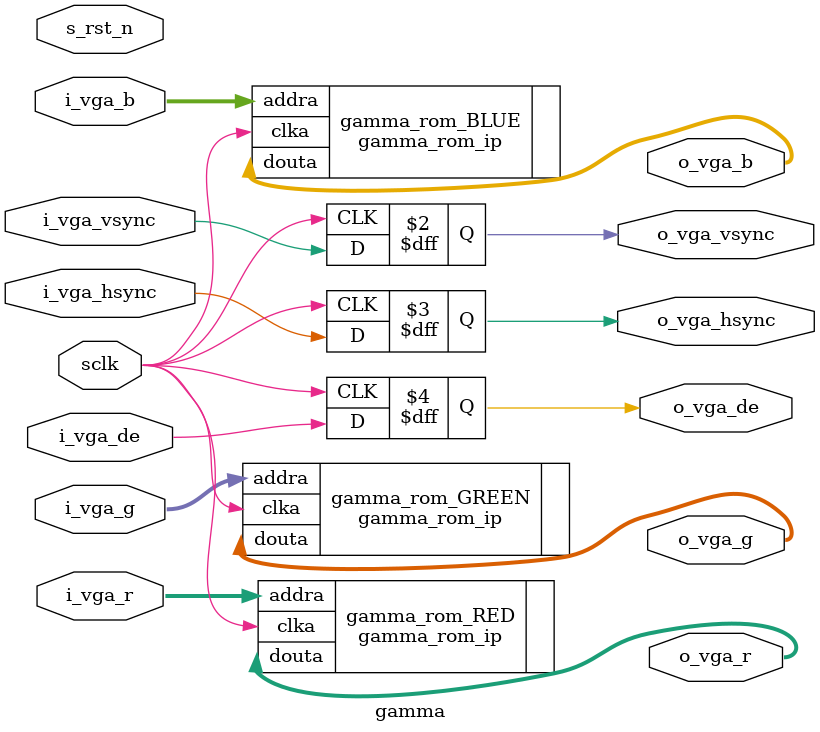
<source format=v>
module  gamma(
        // system signals
        input                   sclk                    ,       
        input                   s_rst_n                 ,       
        // 
        input                   i_vga_vsync             ,       
        input                   i_vga_hsync             ,       
        input                   i_vga_de                ,       
        input           [ 7:0]  i_vga_r                 ,
        input           [ 7:0]  i_vga_g                 ,
        input           [ 7:0]  i_vga_b                 ,
        // 
        output  reg             o_vga_vsync             ,
        output  reg             o_vga_hsync             ,
        output  reg             o_vga_de                ,       
        output  wire    [ 7:0]  o_vga_r                 ,       
        output  wire    [ 7:0]  o_vga_g                 ,       
        output  wire    [ 7:0]  o_vga_b                        
);

//========================================================================\
// =========== Define Parameter and Internal signals =========== 
//========================================================================/


//=============================================================================
//**************    Main Code   **************
//=============================================================================
always  @(posedge sclk) begin
        o_vga_vsync     <=      i_vga_vsync;
        o_vga_hsync     <=      i_vga_hsync;
        o_vga_de        <=      i_vga_de;
end

gamma_rom_ip gamma_rom_RED (
        .clka           (sclk),    // input wire clka
        .addra          (i_vga_r),  // input wire [7 : 0] addra
        .douta          (o_vga_r)  // output wire [7 : 0] douta
);

gamma_rom_ip gamma_rom_GREEN (
        .clka           (sclk),    // input wire clka
        .addra          (i_vga_g),  // input wire [7 : 0] addra
        .douta          (o_vga_g)  // output wire [7 : 0] douta
);

gamma_rom_ip gamma_rom_BLUE (
        .clka           (sclk),    // input wire clka
        .addra          (i_vga_b),  // input wire [7 : 0] addra
        .douta          (o_vga_b)  // output wire [7 : 0] douta
);

endmodule

</source>
